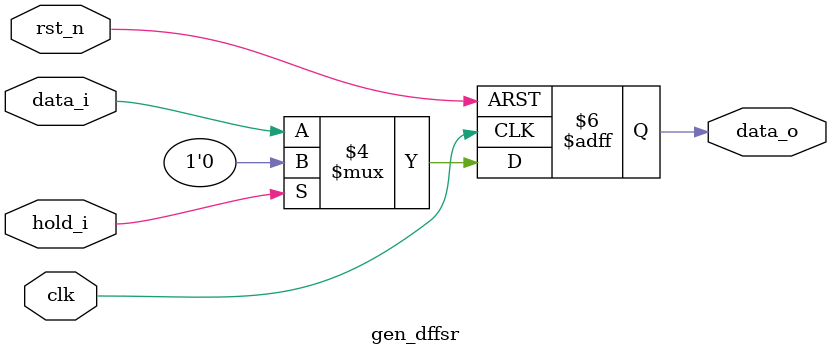
<source format=v>
`include "../headers/buceros_header.v"

module gen_dffsr #(
    parameter WIDTH = 1,
    parameter RST_DATA = 0,
    parameter HOLD_DATA = 0
) (
    input  wire             clk,
    input  wire             rst_n,

    input  wire             hold_i,
    input  wire [WIDTH-1:0] data_i,
    
    output reg  [WIDTH-1:0] data_o
);

    always @(posedge clk or negedge rst_n) begin
        if(~rst_n) begin
            data_o <= RST_DATA;
        end else if(hold_i) begin
            data_o <= HOLD_DATA;
        end else begin
            data_o <= data_i;
        end
    end

endmodule //gen_dffsr
</source>
